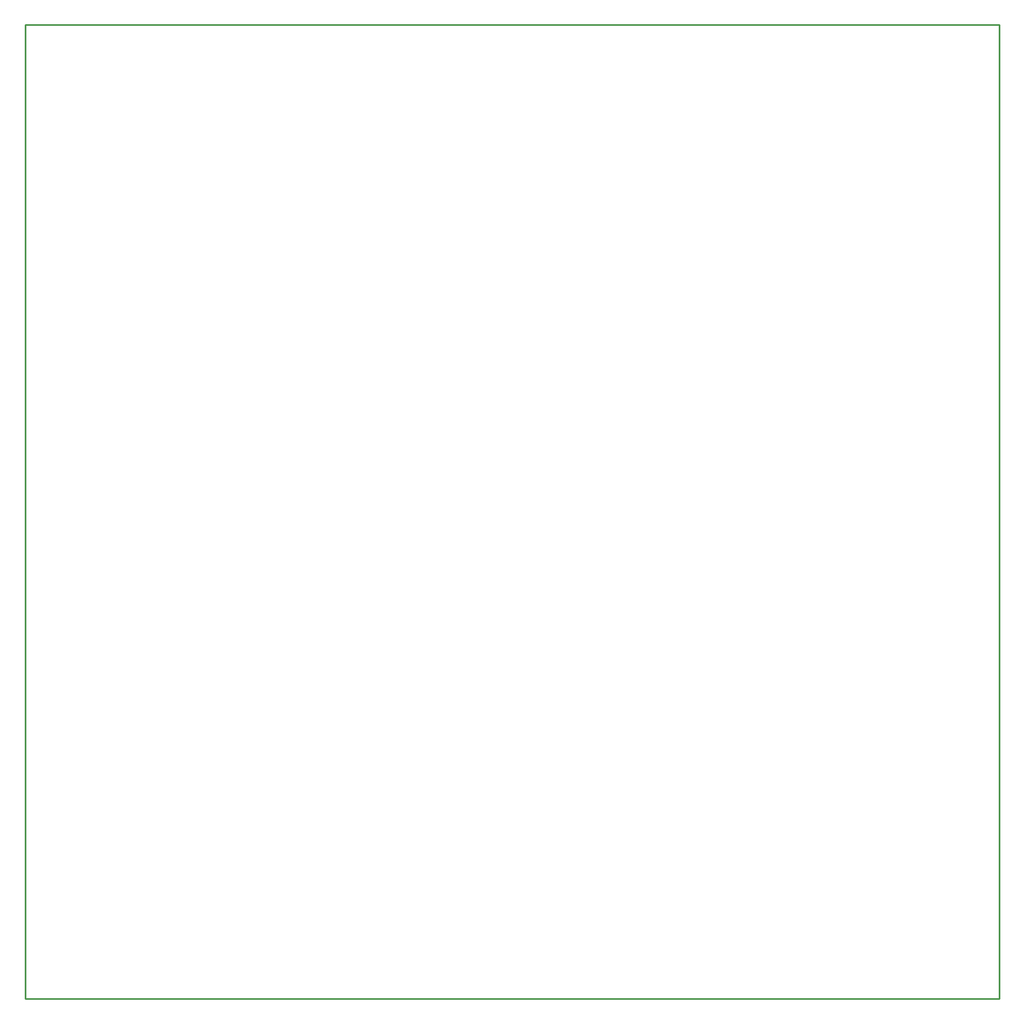
<source format=gm1>
G04*
G04 #@! TF.GenerationSoftware,Altium Limited,Altium Designer,20.0.14 (345)*
G04*
G04 Layer_Color=16711935*
%FSLAX25Y25*%
%MOIN*%
G70*
G01*
G75*
%ADD14C,0.01000*%
D14*
X0Y0D02*
Y590551D01*
Y0D02*
X590551D01*
Y590551D01*
X0D02*
X590551D01*
M02*

</source>
